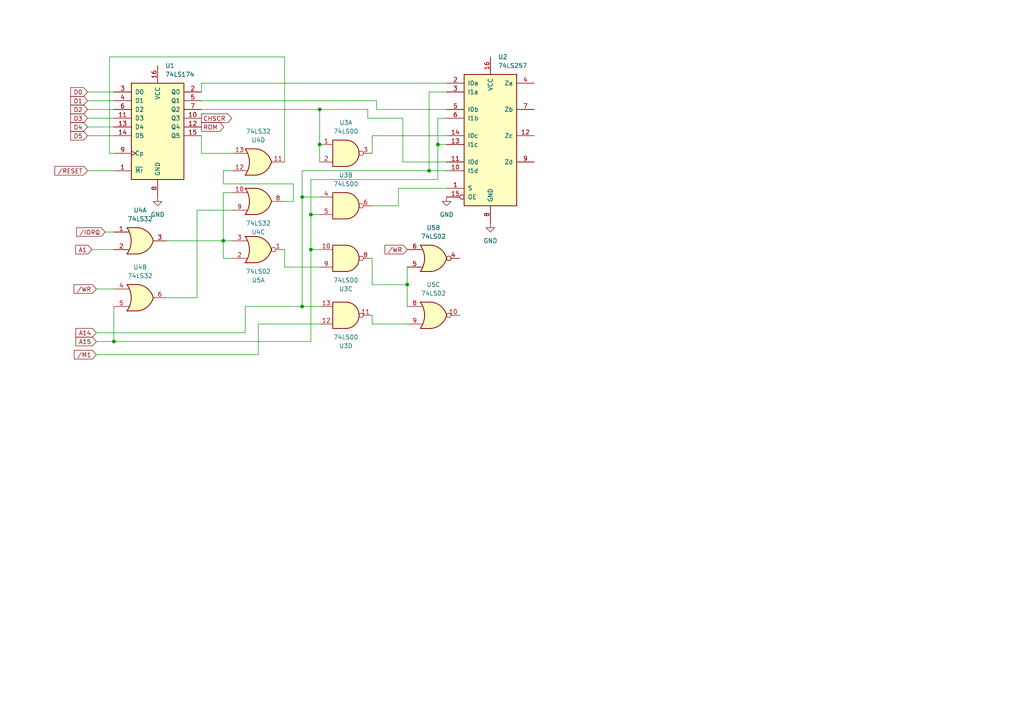
<source format=kicad_sch>
(kicad_sch (version 20230121) (generator eeschema)
  (paper "A4")
  (lib_symbols
    (symbol "74xx:74LS00" (pin_names (offset 1.016))
      (property "Reference" "U" (at 0 1.27 0))
      (property "Value" "74LS00" (at 0 -1.27 0))
      (symbol "74LS00_1_1"
        (arc (start 0 -3.81) (mid 3.7934 0) (end 0 3.81) (stroke (width 0.254)) (fill (type background)))
        (polyline (pts (xy 0 3.81) (xy -3.81 3.81) (xy -3.81 -3.81) (xy 0 -3.81)) (stroke (width 0.254)) (fill (type background)))
        (pin input line (at -7.62 2.54 0) (length 3.81) (name "~") (number "1"))
        (pin input line (at -7.62 -2.54 0) (length 3.81) (name "~") (number "2"))
        (pin output inverted (at 7.62 0 180) (length 3.81) (name "~") (number "3"))
      )
      (symbol "74LS00_1_2"
        (arc (start -3.81 -3.81) (mid -2.589 0) (end -3.81 3.81) (stroke (width 0.254)))
        (arc (start -0.6096 -3.81) (mid 2.1842 -2.5851) (end 3.81 0) (stroke (width 0.254)) (fill (type background)))
        (polyline (pts (xy -3.81 -3.81) (xy -0.635 -3.81)) (stroke (width 0.254)) (fill (type background)))
        (polyline (pts (xy -3.81 3.81) (xy -0.635 3.81)) (stroke (width 0.254)) (fill (type background)))
        (polyline (pts (xy -0.635 3.81) (xy -3.81 3.81) (xy -3.81 3.81) (xy -3.556 3.4036) (xy -3.0226 2.2606) (xy -2.6924 1.0414) (xy -2.6162 -0.254) (xy -2.7686 -1.4986) (xy -3.175 -2.7178) (xy -3.81 -3.81) (xy -3.81 -3.81) (xy -0.635 -3.81)) (stroke (width -25.4)) (fill (type background)))
        (arc (start 3.81 0) (mid 2.1915 2.5936) (end -0.6096 3.81) (stroke (width 0.254)) (fill (type background)))
        (pin input inverted (at -7.62 2.54 0) (length 4.318) (name "~") (number "1"))
        (pin input inverted (at -7.62 -2.54 0) (length 4.318) (name "~") (number "2"))
        (pin output line (at 7.62 0 180) (length 3.81) (name "~") (number "3"))
      )
      (symbol "74LS00_2_1"
        (arc (start 0 -3.81) (mid 3.7934 0) (end 0 3.81) (stroke (width 0.254)) (fill (type background)))
        (polyline (pts (xy 0 3.81) (xy -3.81 3.81) (xy -3.81 -3.81) (xy 0 -3.81)) (stroke (width 0.254)) (fill (type background)))
        (pin input line (at -7.62 2.54 0) (length 3.81) (name "~") (number "4"))
        (pin input line (at -7.62 -2.54 0) (length 3.81) (name "~") (number "5"))
        (pin output inverted (at 7.62 0 180) (length 3.81) (name "~") (number "6"))
      )
      (symbol "74LS00_2_2"
        (arc (start -3.81 -3.81) (mid -2.589 0) (end -3.81 3.81) (stroke (width 0.254)))
        (arc (start -0.6096 -3.81) (mid 2.1842 -2.5851) (end 3.81 0) (stroke (width 0.254)) (fill (type background)))
        (polyline (pts (xy -3.81 -3.81) (xy -0.635 -3.81)) (stroke (width 0.254)) (fill (type background)))
        (polyline (pts (xy -3.81 3.81) (xy -0.635 3.81)) (stroke (width 0.254)) (fill (type background)))
        (polyline (pts (xy -0.635 3.81) (xy -3.81 3.81) (xy -3.81 3.81) (xy -3.556 3.4036) (xy -3.0226 2.2606) (xy -2.6924 1.0414) (xy -2.6162 -0.254) (xy -2.7686 -1.4986) (xy -3.175 -2.7178) (xy -3.81 -3.81) (xy -3.81 -3.81) (xy -0.635 -3.81)) (stroke (width -25.4)) (fill (type background)))
        (arc (start 3.81 0) (mid 2.1915 2.5936) (end -0.6096 3.81) (stroke (width 0.254)) (fill (type background)))
        (pin input inverted (at -7.62 2.54 0) (length 4.318) (name "~") (number "4"))
        (pin input inverted (at -7.62 -2.54 0) (length 4.318) (name "~") (number "5"))
        (pin output line (at 7.62 0 180) (length 3.81) (name "~") (number "6"))
      )
      (symbol "74LS00_3_1"
        (arc (start 0 -3.81) (mid 3.7934 0) (end 0 3.81) (stroke (width 0.254)) (fill (type background)))
        (polyline (pts (xy 0 3.81) (xy -3.81 3.81) (xy -3.81 -3.81) (xy 0 -3.81)) (stroke (width 0.254)) (fill (type background)))
        (pin input line (at -7.62 -2.54 0) (length 3.81) (name "~") (number "10"))
        (pin output inverted (at 7.62 0 180) (length 3.81) (name "~") (number "8"))
        (pin input line (at -7.62 2.54 0) (length 3.81) (name "~") (number "9"))
      )
      (symbol "74LS00_3_2"
        (arc (start -3.81 -3.81) (mid -2.589 0) (end -3.81 3.81) (stroke (width 0.254)))
        (arc (start -0.6096 -3.81) (mid 2.1842 -2.5851) (end 3.81 0) (stroke (width 0.254)) (fill (type background)))
        (polyline (pts (xy -3.81 -3.81) (xy -0.635 -3.81)) (stroke (width 0.254)) (fill (type background)))
        (polyline (pts (xy -3.81 3.81) (xy -0.635 3.81)) (stroke (width 0.254)) (fill (type background)))
        (polyline (pts (xy -0.635 3.81) (xy -3.81 3.81) (xy -3.81 3.81) (xy -3.556 3.4036) (xy -3.0226 2.2606) (xy -2.6924 1.0414) (xy -2.6162 -0.254) (xy -2.7686 -1.4986) (xy -3.175 -2.7178) (xy -3.81 -3.81) (xy -3.81 -3.81) (xy -0.635 -3.81)) (stroke (width -25.4)) (fill (type background)))
        (arc (start 3.81 0) (mid 2.1915 2.5936) (end -0.6096 3.81) (stroke (width 0.254)) (fill (type background)))
        (pin input inverted (at -7.62 -2.54 0) (length 4.318) (name "~") (number "10"))
        (pin output line (at 7.62 0 180) (length 3.81) (name "~") (number "8"))
        (pin input inverted (at -7.62 2.54 0) (length 4.318) (name "~") (number "9"))
      )
      (symbol "74LS00_4_1"
        (arc (start 0 -3.81) (mid 3.7934 0) (end 0 3.81) (stroke (width 0.254)) (fill (type background)))
        (polyline (pts (xy 0 3.81) (xy -3.81 3.81) (xy -3.81 -3.81) (xy 0 -3.81)) (stroke (width 0.254)) (fill (type background)))
        (pin output inverted (at 7.62 0 180) (length 3.81) (name "~") (number "11"))
        (pin input line (at -7.62 2.54 0) (length 3.81) (name "~") (number "12"))
        (pin input line (at -7.62 -2.54 0) (length 3.81) (name "~") (number "13"))
      )
      (symbol "74LS00_4_2"
        (arc (start -3.81 -3.81) (mid -2.589 0) (end -3.81 3.81) (stroke (width 0.254)))
        (arc (start -0.6096 -3.81) (mid 2.1842 -2.5851) (end 3.81 0) (stroke (width 0.254)) (fill (type background)))
        (polyline (pts (xy -3.81 -3.81) (xy -0.635 -3.81)) (stroke (width 0.254)) (fill (type background)))
        (polyline (pts (xy -3.81 3.81) (xy -0.635 3.81)) (stroke (width 0.254)) (fill (type background)))
        (polyline (pts (xy -0.635 3.81) (xy -3.81 3.81) (xy -3.81 3.81) (xy -3.556 3.4036) (xy -3.0226 2.2606) (xy -2.6924 1.0414) (xy -2.6162 -0.254) (xy -2.7686 -1.4986) (xy -3.175 -2.7178) (xy -3.81 -3.81) (xy -3.81 -3.81) (xy -0.635 -3.81)) (stroke (width -25.4)) (fill (type background)))
        (arc (start 3.81 0) (mid 2.1915 2.5936) (end -0.6096 3.81) (stroke (width 0.254)) (fill (type background)))
        (pin output line (at 7.62 0 180) (length 3.81) (name "~") (number "11"))
        (pin input inverted (at -7.62 2.54 0) (length 4.318) (name "~") (number "12"))
        (pin input inverted (at -7.62 -2.54 0) (length 4.318) (name "~") (number "13"))
      )
      (symbol "74LS00_5_0"
        (pin power_in line (at 0 12.7 270) (length 5.08) (name "VCC") (number "14"))
        (pin power_in line (at 0 -12.7 90) (length 5.08) (name "GND") (number "7"))
      )
      (symbol "74LS00_5_1"
        (rectangle (start -5.08 7.62) (end 5.08 -7.62) (stroke (width 0.254)) (fill (type background)))
      )
    )
    (symbol "74xx:74LS02" (pin_names (offset 1.016))
      (property "Reference" "U" (at 0 1.27 0))
      (property "Value" "74LS02" (at 0 -1.27 0))
      (symbol "74LS02_1_1"
        (arc (start -3.81 -3.81) (mid -2.589 0) (end -3.81 3.81) (stroke (width 0.254)))
        (arc (start -0.6096 -3.81) (mid 2.1842 -2.5851) (end 3.81 0) (stroke (width 0.254)) (fill (type background)))
        (polyline (pts (xy -3.81 -3.81) (xy -0.635 -3.81)) (stroke (width 0.254)) (fill (type background)))
        (polyline (pts (xy -3.81 3.81) (xy -0.635 3.81)) (stroke (width 0.254)) (fill (type background)))
        (polyline (pts (xy -0.635 3.81) (xy -3.81 3.81) (xy -3.81 3.81) (xy -3.556 3.4036) (xy -3.0226 2.2606) (xy -2.6924 1.0414) (xy -2.6162 -0.254) (xy -2.7686 -1.4986) (xy -3.175 -2.7178) (xy -3.81 -3.81) (xy -3.81 -3.81) (xy -0.635 -3.81)) (stroke (width -25.4)) (fill (type background)))
        (arc (start 3.81 0) (mid 2.1915 2.5936) (end -0.6096 3.81) (stroke (width 0.254)) (fill (type background)))
        (pin output inverted (at 7.62 0 180) (length 3.81) (name "~") (number "1"))
        (pin input line (at -7.62 2.54 0) (length 4.318) (name "~") (number "2"))
        (pin input line (at -7.62 -2.54 0) (length 4.318) (name "~") (number "3"))
      )
      (symbol "74LS02_1_2"
        (arc (start 0 -3.81) (mid 3.7934 0) (end 0 3.81) (stroke (width 0.254)) (fill (type background)))
        (polyline (pts (xy 0 3.81) (xy -3.81 3.81) (xy -3.81 -3.81) (xy 0 -3.81)) (stroke (width 0.254)) (fill (type background)))
        (pin output line (at 7.62 0 180) (length 3.81) (name "~") (number "1"))
        (pin input inverted (at -7.62 2.54 0) (length 3.81) (name "~") (number "2"))
        (pin input inverted (at -7.62 -2.54 0) (length 3.81) (name "~") (number "3"))
      )
      (symbol "74LS02_2_1"
        (arc (start -3.81 -3.81) (mid -2.589 0) (end -3.81 3.81) (stroke (width 0.254)))
        (arc (start -0.6096 -3.81) (mid 2.1842 -2.5851) (end 3.81 0) (stroke (width 0.254)) (fill (type background)))
        (polyline (pts (xy -3.81 -3.81) (xy -0.635 -3.81)) (stroke (width 0.254)) (fill (type background)))
        (polyline (pts (xy -3.81 3.81) (xy -0.635 3.81)) (stroke (width 0.254)) (fill (type background)))
        (polyline (pts (xy -0.635 3.81) (xy -3.81 3.81) (xy -3.81 3.81) (xy -3.556 3.4036) (xy -3.0226 2.2606) (xy -2.6924 1.0414) (xy -2.6162 -0.254) (xy -2.7686 -1.4986) (xy -3.175 -2.7178) (xy -3.81 -3.81) (xy -3.81 -3.81) (xy -0.635 -3.81)) (stroke (width -25.4)) (fill (type background)))
        (arc (start 3.81 0) (mid 2.1915 2.5936) (end -0.6096 3.81) (stroke (width 0.254)) (fill (type background)))
        (pin output inverted (at 7.62 0 180) (length 3.81) (name "~") (number "4"))
        (pin input line (at -7.62 2.54 0) (length 4.318) (name "~") (number "5"))
        (pin input line (at -7.62 -2.54 0) (length 4.318) (name "~") (number "6"))
      )
      (symbol "74LS02_2_2"
        (arc (start 0 -3.81) (mid 3.7934 0) (end 0 3.81) (stroke (width 0.254)) (fill (type background)))
        (polyline (pts (xy 0 3.81) (xy -3.81 3.81) (xy -3.81 -3.81) (xy 0 -3.81)) (stroke (width 0.254)) (fill (type background)))
        (pin output line (at 7.62 0 180) (length 3.81) (name "~") (number "4"))
        (pin input inverted (at -7.62 2.54 0) (length 3.81) (name "~") (number "5"))
        (pin input inverted (at -7.62 -2.54 0) (length 3.81) (name "~") (number "6"))
      )
      (symbol "74LS02_3_1"
        (arc (start -3.81 -3.81) (mid -2.589 0) (end -3.81 3.81) (stroke (width 0.254)))
        (arc (start -0.6096 -3.81) (mid 2.1842 -2.5851) (end 3.81 0) (stroke (width 0.254)) (fill (type background)))
        (polyline (pts (xy -3.81 -3.81) (xy -0.635 -3.81)) (stroke (width 0.254)) (fill (type background)))
        (polyline (pts (xy -3.81 3.81) (xy -0.635 3.81)) (stroke (width 0.254)) (fill (type background)))
        (polyline (pts (xy -0.635 3.81) (xy -3.81 3.81) (xy -3.81 3.81) (xy -3.556 3.4036) (xy -3.0226 2.2606) (xy -2.6924 1.0414) (xy -2.6162 -0.254) (xy -2.7686 -1.4986) (xy -3.175 -2.7178) (xy -3.81 -3.81) (xy -3.81 -3.81) (xy -0.635 -3.81)) (stroke (width -25.4)) (fill (type background)))
        (arc (start 3.81 0) (mid 2.1915 2.5936) (end -0.6096 3.81) (stroke (width 0.254)) (fill (type background)))
        (pin output inverted (at 7.62 0 180) (length 3.81) (name "~") (number "10"))
        (pin input line (at -7.62 2.54 0) (length 4.318) (name "~") (number "8"))
        (pin input line (at -7.62 -2.54 0) (length 4.318) (name "~") (number "9"))
      )
      (symbol "74LS02_3_2"
        (arc (start 0 -3.81) (mid 3.7934 0) (end 0 3.81) (stroke (width 0.254)) (fill (type background)))
        (polyline (pts (xy 0 3.81) (xy -3.81 3.81) (xy -3.81 -3.81) (xy 0 -3.81)) (stroke (width 0.254)) (fill (type background)))
        (pin output line (at 7.62 0 180) (length 3.81) (name "~") (number "10"))
        (pin input inverted (at -7.62 2.54 0) (length 3.81) (name "~") (number "8"))
        (pin input inverted (at -7.62 -2.54 0) (length 3.81) (name "~") (number "9"))
      )
      (symbol "74LS02_4_1"
        (arc (start -3.81 -3.81) (mid -2.589 0) (end -3.81 3.81) (stroke (width 0.254)))
        (arc (start -0.6096 -3.81) (mid 2.1842 -2.5851) (end 3.81 0) (stroke (width 0.254)) (fill (type background)))
        (polyline (pts (xy -3.81 -3.81) (xy -0.635 -3.81)) (stroke (width 0.254)) (fill (type background)))
        (polyline (pts (xy -3.81 3.81) (xy -0.635 3.81)) (stroke (width 0.254)) (fill (type background)))
        (polyline (pts (xy -0.635 3.81) (xy -3.81 3.81) (xy -3.81 3.81) (xy -3.556 3.4036) (xy -3.0226 2.2606) (xy -2.6924 1.0414) (xy -2.6162 -0.254) (xy -2.7686 -1.4986) (xy -3.175 -2.7178) (xy -3.81 -3.81) (xy -3.81 -3.81) (xy -0.635 -3.81)) (stroke (width -25.4)) (fill (type background)))
        (arc (start 3.81 0) (mid 2.1915 2.5936) (end -0.6096 3.81) (stroke (width 0.254)) (fill (type background)))
        (pin input line (at -7.62 2.54 0) (length 4.318) (name "~") (number "11"))
        (pin input line (at -7.62 -2.54 0) (length 4.318) (name "~") (number "12"))
        (pin output inverted (at 7.62 0 180) (length 3.81) (name "~") (number "13"))
      )
      (symbol "74LS02_4_2"
        (arc (start 0 -3.81) (mid 3.7934 0) (end 0 3.81) (stroke (width 0.254)) (fill (type background)))
        (polyline (pts (xy 0 3.81) (xy -3.81 3.81) (xy -3.81 -3.81) (xy 0 -3.81)) (stroke (width 0.254)) (fill (type background)))
        (pin input inverted (at -7.62 2.54 0) (length 3.81) (name "~") (number "11"))
        (pin input inverted (at -7.62 -2.54 0) (length 3.81) (name "~") (number "12"))
        (pin output line (at 7.62 0 180) (length 3.81) (name "~") (number "13"))
      )
      (symbol "74LS02_5_0"
        (pin power_in line (at 0 12.7 270) (length 5.08) (name "VCC") (number "14"))
        (pin power_in line (at 0 -12.7 90) (length 5.08) (name "GND") (number "7"))
      )
      (symbol "74LS02_5_1"
        (rectangle (start -5.08 7.62) (end 5.08 -7.62) (stroke (width 0.254)) (fill (type background)))
      )
    )
    (symbol "74xx:74LS174" (pin_names (offset 1.016))
      (property "Reference" "U" (at -7.62 13.97 0))
      (property "Value" "74LS174" (at -7.62 -16.51 0))
      (symbol "74LS174_1_0"
        (pin input line (at -12.7 -12.7 0) (length 5.08) (name "~{Mr}") (number "1"))
        (pin output line (at 12.7 2.54 180) (length 5.08) (name "Q3") (number "10"))
        (pin input line (at -12.7 2.54 0) (length 5.08) (name "D3") (number "11"))
        (pin output line (at 12.7 0 180) (length 5.08) (name "Q4") (number "12"))
        (pin input line (at -12.7 0 0) (length 5.08) (name "D4") (number "13"))
        (pin input line (at -12.7 -2.54 0) (length 5.08) (name "D5") (number "14"))
        (pin output line (at 12.7 -2.54 180) (length 5.08) (name "Q5") (number "15"))
        (pin power_in line (at 0 17.78 270) (length 5.08) (name "VCC") (number "16"))
        (pin output line (at 12.7 10.16 180) (length 5.08) (name "Q0") (number "2"))
        (pin input line (at -12.7 10.16 0) (length 5.08) (name "D0") (number "3"))
        (pin input line (at -12.7 7.62 0) (length 5.08) (name "D1") (number "4"))
        (pin output line (at 12.7 7.62 180) (length 5.08) (name "Q1") (number "5"))
        (pin input line (at -12.7 5.08 0) (length 5.08) (name "D2") (number "6"))
        (pin output line (at 12.7 5.08 180) (length 5.08) (name "Q2") (number "7"))
        (pin power_in line (at 0 -20.32 90) (length 5.08) (name "GND") (number "8"))
        (pin input clock (at -12.7 -7.62 0) (length 5.08) (name "Cp") (number "9"))
      )
      (symbol "74LS174_1_1"
        (rectangle (start -7.62 12.7) (end 7.62 -15.24) (stroke (width 0.254)) (fill (type background)))
      )
    )
    (symbol "74xx:74LS257" (pin_names (offset 1.016))
      (property "Reference" "U" (at -7.62 19.05 0))
      (property "Value" "74LS257" (at -7.62 -21.59 0))
      (symbol "74LS257_1_0"
        (pin input line (at -12.7 -15.24 0) (length 5.08) (name "S") (number "1"))
        (pin input line (at -12.7 -10.16 0) (length 5.08) (name "I1d") (number "10"))
        (pin input line (at -12.7 -7.62 0) (length 5.08) (name "I0d") (number "11"))
        (pin tri_state line (at 12.7 0 180) (length 5.08) (name "Zc") (number "12"))
        (pin input line (at -12.7 -2.54 0) (length 5.08) (name "I1c") (number "13"))
        (pin input line (at -12.7 0 0) (length 5.08) (name "I0c") (number "14"))
        (pin input inverted (at -12.7 -17.78 0) (length 5.08) (name "OE") (number "15"))
        (pin power_in line (at 0 22.86 270) (length 5.08) (name "VCC") (number "16"))
        (pin input line (at -12.7 15.24 0) (length 5.08) (name "I0a") (number "2"))
        (pin input line (at -12.7 12.7 0) (length 5.08) (name "I1a") (number "3"))
        (pin tri_state line (at 12.7 15.24 180) (length 5.08) (name "Za") (number "4"))
        (pin input line (at -12.7 7.62 0) (length 5.08) (name "I0b") (number "5"))
        (pin input line (at -12.7 5.08 0) (length 5.08) (name "I1b") (number "6"))
        (pin tri_state line (at 12.7 7.62 180) (length 5.08) (name "Zb") (number "7"))
        (pin power_in line (at 0 -25.4 90) (length 5.08) (name "GND") (number "8"))
        (pin tri_state line (at 12.7 -7.62 180) (length 5.08) (name "Zd") (number "9"))
      )
      (symbol "74LS257_1_1"
        (rectangle (start -7.62 17.78) (end 7.62 -20.32) (stroke (width 0.254)) (fill (type background)))
      )
    )
    (symbol "74xx:74LS32" (pin_names (offset 1.016))
      (property "Reference" "U" (at 0 1.27 0))
      (property "Value" "74LS32" (at 0 -1.27 0))
      (symbol "74LS32_1_1"
        (arc (start -3.81 -3.81) (mid -2.589 0) (end -3.81 3.81) (stroke (width 0.254)))
        (arc (start -0.6096 -3.81) (mid 2.1842 -2.5851) (end 3.81 0) (stroke (width 0.254)) (fill (type background)))
        (polyline (pts (xy -3.81 -3.81) (xy -0.635 -3.81)) (stroke (width 0.254)) (fill (type background)))
        (polyline (pts (xy -3.81 3.81) (xy -0.635 3.81)) (stroke (width 0.254)) (fill (type background)))
        (polyline (pts (xy -0.635 3.81) (xy -3.81 3.81) (xy -3.81 3.81) (xy -3.556 3.4036) (xy -3.0226 2.2606) (xy -2.6924 1.0414) (xy -2.6162 -0.254) (xy -2.7686 -1.4986) (xy -3.175 -2.7178) (xy -3.81 -3.81) (xy -3.81 -3.81) (xy -0.635 -3.81)) (stroke (width -25.4)) (fill (type background)))
        (arc (start 3.81 0) (mid 2.1915 2.5936) (end -0.6096 3.81) (stroke (width 0.254)) (fill (type background)))
        (pin input line (at -7.62 2.54 0) (length 4.318) (name "~") (number "1"))
        (pin input line (at -7.62 -2.54 0) (length 4.318) (name "~") (number "2"))
        (pin output line (at 7.62 0 180) (length 3.81) (name "~") (number "3"))
      )
      (symbol "74LS32_1_2"
        (arc (start 0 -3.81) (mid 3.7934 0) (end 0 3.81) (stroke (width 0.254)) (fill (type background)))
        (polyline (pts (xy 0 3.81) (xy -3.81 3.81) (xy -3.81 -3.81) (xy 0 -3.81)) (stroke (width 0.254)) (fill (type background)))
        (pin input inverted (at -7.62 2.54 0) (length 3.81) (name "~") (number "1"))
        (pin input inverted (at -7.62 -2.54 0) (length 3.81) (name "~") (number "2"))
        (pin output inverted (at 7.62 0 180) (length 3.81) (name "~") (number "3"))
      )
      (symbol "74LS32_2_1"
        (arc (start -3.81 -3.81) (mid -2.589 0) (end -3.81 3.81) (stroke (width 0.254)))
        (arc (start -0.6096 -3.81) (mid 2.1842 -2.5851) (end 3.81 0) (stroke (width 0.254)) (fill (type background)))
        (polyline (pts (xy -3.81 -3.81) (xy -0.635 -3.81)) (stroke (width 0.254)) (fill (type background)))
        (polyline (pts (xy -3.81 3.81) (xy -0.635 3.81)) (stroke (width 0.254)) (fill (type background)))
        (polyline (pts (xy -0.635 3.81) (xy -3.81 3.81) (xy -3.81 3.81) (xy -3.556 3.4036) (xy -3.0226 2.2606) (xy -2.6924 1.0414) (xy -2.6162 -0.254) (xy -2.7686 -1.4986) (xy -3.175 -2.7178) (xy -3.81 -3.81) (xy -3.81 -3.81) (xy -0.635 -3.81)) (stroke (width -25.4)) (fill (type background)))
        (arc (start 3.81 0) (mid 2.1915 2.5936) (end -0.6096 3.81) (stroke (width 0.254)) (fill (type background)))
        (pin input line (at -7.62 2.54 0) (length 4.318) (name "~") (number "4"))
        (pin input line (at -7.62 -2.54 0) (length 4.318) (name "~") (number "5"))
        (pin output line (at 7.62 0 180) (length 3.81) (name "~") (number "6"))
      )
      (symbol "74LS32_2_2"
        (arc (start 0 -3.81) (mid 3.7934 0) (end 0 3.81) (stroke (width 0.254)) (fill (type background)))
        (polyline (pts (xy 0 3.81) (xy -3.81 3.81) (xy -3.81 -3.81) (xy 0 -3.81)) (stroke (width 0.254)) (fill (type background)))
        (pin input inverted (at -7.62 2.54 0) (length 3.81) (name "~") (number "4"))
        (pin input inverted (at -7.62 -2.54 0) (length 3.81) (name "~") (number "5"))
        (pin output inverted (at 7.62 0 180) (length 3.81) (name "~") (number "6"))
      )
      (symbol "74LS32_3_1"
        (arc (start -3.81 -3.81) (mid -2.589 0) (end -3.81 3.81) (stroke (width 0.254)))
        (arc (start -0.6096 -3.81) (mid 2.1842 -2.5851) (end 3.81 0) (stroke (width 0.254)) (fill (type background)))
        (polyline (pts (xy -3.81 -3.81) (xy -0.635 -3.81)) (stroke (width 0.254)) (fill (type background)))
        (polyline (pts (xy -3.81 3.81) (xy -0.635 3.81)) (stroke (width 0.254)) (fill (type background)))
        (polyline (pts (xy -0.635 3.81) (xy -3.81 3.81) (xy -3.81 3.81) (xy -3.556 3.4036) (xy -3.0226 2.2606) (xy -2.6924 1.0414) (xy -2.6162 -0.254) (xy -2.7686 -1.4986) (xy -3.175 -2.7178) (xy -3.81 -3.81) (xy -3.81 -3.81) (xy -0.635 -3.81)) (stroke (width -25.4)) (fill (type background)))
        (arc (start 3.81 0) (mid 2.1915 2.5936) (end -0.6096 3.81) (stroke (width 0.254)) (fill (type background)))
        (pin input line (at -7.62 -2.54 0) (length 4.318) (name "~") (number "10"))
        (pin output line (at 7.62 0 180) (length 3.81) (name "~") (number "8"))
        (pin input line (at -7.62 2.54 0) (length 4.318) (name "~") (number "9"))
      )
      (symbol "74LS32_3_2"
        (arc (start 0 -3.81) (mid 3.7934 0) (end 0 3.81) (stroke (width 0.254)) (fill (type background)))
        (polyline (pts (xy 0 3.81) (xy -3.81 3.81) (xy -3.81 -3.81) (xy 0 -3.81)) (stroke (width 0.254)) (fill (type background)))
        (pin input inverted (at -7.62 -2.54 0) (length 3.81) (name "~") (number "10"))
        (pin output inverted (at 7.62 0 180) (length 3.81) (name "~") (number "8"))
        (pin input inverted (at -7.62 2.54 0) (length 3.81) (name "~") (number "9"))
      )
      (symbol "74LS32_4_1"
        (arc (start -3.81 -3.81) (mid -2.589 0) (end -3.81 3.81) (stroke (width 0.254)))
        (arc (start -0.6096 -3.81) (mid 2.1842 -2.5851) (end 3.81 0) (stroke (width 0.254)) (fill (type background)))
        (polyline (pts (xy -3.81 -3.81) (xy -0.635 -3.81)) (stroke (width 0.254)) (fill (type background)))
        (polyline (pts (xy -3.81 3.81) (xy -0.635 3.81)) (stroke (width 0.254)) (fill (type background)))
        (polyline (pts (xy -0.635 3.81) (xy -3.81 3.81) (xy -3.81 3.81) (xy -3.556 3.4036) (xy -3.0226 2.2606) (xy -2.6924 1.0414) (xy -2.6162 -0.254) (xy -2.7686 -1.4986) (xy -3.175 -2.7178) (xy -3.81 -3.81) (xy -3.81 -3.81) (xy -0.635 -3.81)) (stroke (width -25.4)) (fill (type background)))
        (arc (start 3.81 0) (mid 2.1915 2.5936) (end -0.6096 3.81) (stroke (width 0.254)) (fill (type background)))
        (pin output line (at 7.62 0 180) (length 3.81) (name "~") (number "11"))
        (pin input line (at -7.62 2.54 0) (length 4.318) (name "~") (number "12"))
        (pin input line (at -7.62 -2.54 0) (length 4.318) (name "~") (number "13"))
      )
      (symbol "74LS32_4_2"
        (arc (start 0 -3.81) (mid 3.7934 0) (end 0 3.81) (stroke (width 0.254)) (fill (type background)))
        (polyline (pts (xy 0 3.81) (xy -3.81 3.81) (xy -3.81 -3.81) (xy 0 -3.81)) (stroke (width 0.254)) (fill (type background)))
        (pin output inverted (at 7.62 0 180) (length 3.81) (name "~") (number "11"))
        (pin input inverted (at -7.62 2.54 0) (length 3.81) (name "~") (number "12"))
        (pin input inverted (at -7.62 -2.54 0) (length 3.81) (name "~") (number "13"))
      )
      (symbol "74LS32_5_0"
        (pin power_in line (at 0 12.7 270) (length 5.08) (name "VCC") (number "14"))
        (pin power_in line (at 0 -12.7 90) (length 5.08) (name "GND") (number "7"))
      )
      (symbol "74LS32_5_1"
        (rectangle (start -5.08 7.62) (end 5.08 -7.62) (stroke (width 0.254)) (fill (type background)))
      )
    )
    (symbol "74xx:74LS573" (pin_names (offset 1.016))
      (property "Reference" "U" (at -7.62 16.51 0))
      (property "Value" "74LS573" (at -7.62 -16.51 0))
      (symbol "74LS573_1_0"
        (pin input inverted (at -12.7 -12.7 0) (length 5.08) (name "OE") (number "1"))
        (pin power_in line (at 0 -20.32 90) (length 5.08) (name "GND") (number "10"))
        (pin input line (at -12.7 -10.16 0) (length 5.08) (name "Load") (number "11"))
        (pin tri_state line (at 12.7 -5.08 180) (length 5.08) (name "Q7") (number "12"))
        (pin tri_state line (at 12.7 -2.54 180) (length 5.08) (name "Q6") (number "13"))
        (pin tri_state line (at 12.7 0 180) (length 5.08) (name "Q5") (number "14"))
        (pin tri_state line (at 12.7 2.54 180) (length 5.08) (name "Q4") (number "15"))
        (pin tri_state line (at 12.7 5.08 180) (length 5.08) (name "Q3") (number "16"))
        (pin tri_state line (at 12.7 7.62 180) (length 5.08) (name "Q2") (number "17"))
        (pin tri_state line (at 12.7 10.16 180) (length 5.08) (name "Q1") (number "18"))
        (pin tri_state line (at 12.7 12.7 180) (length 5.08) (name "Q0") (number "19"))
        (pin input line (at -12.7 12.7 0) (length 5.08) (name "D0") (number "2"))
        (pin power_in line (at 0 20.32 270) (length 5.08) (name "VCC") (number "20"))
        (pin input line (at -12.7 10.16 0) (length 5.08) (name "D1") (number "3"))
        (pin input line (at -12.7 7.62 0) (length 5.08) (name "D2") (number "4"))
        (pin input line (at -12.7 5.08 0) (length 5.08) (name "D3") (number "5"))
        (pin input line (at -12.7 2.54 0) (length 5.08) (name "D4") (number "6"))
        (pin input line (at -12.7 0 0) (length 5.08) (name "D5") (number "7"))
        (pin input line (at -12.7 -2.54 0) (length 5.08) (name "D6") (number "8"))
        (pin input line (at -12.7 -5.08 0) (length 5.08) (name "D7") (number "9"))
      )
      (symbol "74LS573_1_1"
        (rectangle (start -7.62 15.24) (end 7.62 -15.24) (stroke (width 0.254)) (fill (type background)))
      )
    )
    (symbol "Device:C" (pin_numbers hide) (pin_names (offset 0.254))
      (property "Reference" "C" (at 0.635 2.54 0))
      (property "Value" "C" (at 0.635 -2.54 0))
      (symbol "C_0_1"
        (polyline (pts (xy -2.032 -0.762) (xy 2.032 -0.762)) (stroke (width 0.508)))
        (polyline (pts (xy -2.032 0.762) (xy 2.032 0.762)) (stroke (width 0.508)))
      )
      (symbol "C_1_1"
        (pin passive line (at 0 3.81 270) (length 2.794) (name "~") (number "1"))
        (pin passive line (at 0 -3.81 90) (length 2.794) (name "~") (number "2"))
      )
    )
    (symbol "power:GND" (power) (pin_names (offset 0))
      (property "Value" "GND" (at 0 -3.81 0))
      (symbol "GND_0_1"
        (polyline (pts (xy 0 0) (xy 0 -1.27) (xy 1.27 -1.27) (xy 0 -2.54) (xy -1.27 -1.27) (xy 0 -1.27)))
      )
      (symbol "GND_1_1"
        (pin power_in line (at 0 0 270) (length 0) hide (name "GND") (number "1"))
      )
    )
  )
  (junction (at 118.11 82.55))
  (junction (at 92.71 41.91))
  (junction (at 87.63 88.9))
  (junction (at 90.17 72.39))
  (junction (at 87.63 57.15))
  (junction (at 127 41.91))
  (junction (at 92.71 31.75))
  (junction (at 64.77 69.85))
  (junction (at 33.02 99.06))
  (junction (at 124.46 49.53))
  (junction (at 90.17 62.23))
  (wire (pts (xy 25.4 34.29) (xy 33.02 34.29)))
  (wire (pts (xy 27.94 99.06) (xy 33.02 99.06)))
  (wire (pts (xy 82.55 77.47) (xy 92.71 77.47)))
  (wire (pts (xy 58.42 26.67) (xy 58.42 24.13)))
  (wire (pts (xy 31.75 44.45) (xy 33.02 44.45)))
  (wire (pts (xy 58.42 29.21) (xy 109.22 29.21)))
  (wire (pts (xy 107.95 82.55) (xy 118.11 82.55)))
  (wire (pts (xy 64.77 49.53) (xy 67.31 49.53)))
  (wire (pts (xy 25.4 26.67) (xy 33.02 26.67)))
  (wire (pts (xy 124.46 26.67) (xy 129.54 26.67)))
  (wire (pts (xy 71.12 96.52) (xy 71.12 88.9)))
  (wire (pts (xy 27.94 83.82) (xy 33.02 83.82)))
  (wire (pts (xy 74.93 102.87) (xy 74.93 93.98)))
  (wire (pts (xy 107.95 44.45) (xy 107.95 39.37)))
  (wire (pts (xy 58.42 44.45) (xy 67.31 44.45)))
  (wire (pts (xy 64.77 69.85) (xy 67.31 69.85)))
  (wire (pts (xy 118.11 82.55) (xy 118.11 88.9)))
  (wire (pts (xy 118.11 93.98) (xy 107.95 93.98)))
  (wire (pts (xy 107.95 39.37) (xy 129.54 39.37)))
  (wire (pts (xy 27.94 96.52) (xy 71.12 96.52)))
  (wire (pts (xy 82.55 58.42) (xy 85.09 58.42)))
  (wire (pts (xy 129.54 49.53) (xy 124.46 49.53)))
  (wire (pts (xy 64.77 69.85) (xy 64.77 74.93)))
  (wire (pts (xy 109.22 29.21) (xy 109.22 31.75)))
  (wire (pts (xy 129.54 46.99) (xy 116.84 46.99)))
  (wire (pts (xy 87.63 49.53) (xy 124.46 49.53)))
  (wire (pts (xy 58.42 31.75) (xy 92.71 31.75)))
  (wire (pts (xy 127 34.29) (xy 127 41.91)))
  (wire (pts (xy 82.55 72.39) (xy 82.55 77.47)))
  (wire (pts (xy 87.63 88.9) (xy 92.71 88.9)))
  (wire (pts (xy 90.17 99.06) (xy 33.02 99.06)))
  (wire (pts (xy 25.4 39.37) (xy 33.02 39.37)))
  (wire (pts (xy 30.48 67.31) (xy 33.02 67.31)))
  (wire (pts (xy 90.17 62.23) (xy 90.17 72.39)))
  (wire (pts (xy 82.55 16.51) (xy 82.55 46.99)))
  (wire (pts (xy 48.26 86.36) (xy 57.15 86.36)))
  (wire (pts (xy 85.09 58.42) (xy 85.09 53.34)))
  (wire (pts (xy 106.68 31.75) (xy 92.71 31.75)))
  (wire (pts (xy 90.17 72.39) (xy 92.71 72.39)))
  (wire (pts (xy 90.17 52.07) (xy 127 52.07)))
  (wire (pts (xy 48.26 69.85) (xy 64.77 69.85)))
  (wire (pts (xy 85.09 53.34) (xy 64.77 53.34)))
  (wire (pts (xy 27.94 102.87) (xy 74.93 102.87)))
  (wire (pts (xy 31.75 16.51) (xy 82.55 16.51)))
  (wire (pts (xy 92.71 62.23) (xy 90.17 62.23)))
  (wire (pts (xy 57.15 60.96) (xy 67.31 60.96)))
  (wire (pts (xy 87.63 57.15) (xy 87.63 88.9)))
  (wire (pts (xy 127 41.91) (xy 129.54 41.91)))
  (wire (pts (xy 58.42 39.37) (xy 58.42 44.45)))
  (wire (pts (xy 64.77 69.85) (xy 64.77 55.88)))
  (wire (pts (xy 25.4 29.21) (xy 33.02 29.21)))
  (wire (pts (xy 90.17 72.39) (xy 90.17 99.06)))
  (wire (pts (xy 25.4 31.75) (xy 33.02 31.75)))
  (wire (pts (xy 92.71 31.75) (xy 92.71 41.91)))
  (wire (pts (xy 129.54 34.29) (xy 127 34.29)))
  (wire (pts (xy 92.71 57.15) (xy 87.63 57.15)))
  (wire (pts (xy 124.46 49.53) (xy 124.46 26.67)))
  (wire (pts (xy 106.68 34.29) (xy 106.68 31.75)))
  (wire (pts (xy 64.77 74.93) (xy 67.31 74.93)))
  (wire (pts (xy 71.12 88.9) (xy 87.63 88.9)))
  (wire (pts (xy 33.02 99.06) (xy 33.02 88.9)))
  (wire (pts (xy 64.77 53.34) (xy 64.77 49.53)))
  (wire (pts (xy 26.67 72.39) (xy 33.02 72.39)))
  (wire (pts (xy 115.57 54.61) (xy 129.54 54.61)))
  (wire (pts (xy 25.4 49.53) (xy 33.02 49.53)))
  (wire (pts (xy 118.11 77.47) (xy 118.11 82.55)))
  (wire (pts (xy 116.84 34.29) (xy 106.68 34.29)))
  (wire (pts (xy 87.63 57.15) (xy 87.63 49.53)))
  (wire (pts (xy 107.95 74.93) (xy 107.95 82.55)))
  (wire (pts (xy 25.4 36.83) (xy 33.02 36.83)))
  (wire (pts (xy 74.93 93.98) (xy 92.71 93.98)))
  (wire (pts (xy 57.15 86.36) (xy 57.15 60.96)))
  (wire (pts (xy 127 52.07) (xy 127 41.91)))
  (wire (pts (xy 109.22 31.75) (xy 129.54 31.75)))
  (wire (pts (xy 31.75 44.45) (xy 31.75 16.51)))
  (wire (pts (xy 90.17 62.23) (xy 90.17 52.07)))
  (wire (pts (xy 58.42 24.13) (xy 129.54 24.13)))
  (wire (pts (xy 107.95 59.69) (xy 115.57 59.69)))
  (wire (pts (xy 115.57 59.69) (xy 115.57 54.61)))
  (wire (pts (xy 64.77 55.88) (xy 67.31 55.88)))
  (wire (pts (xy 92.71 41.91) (xy 92.71 46.99)))
  (wire (pts (xy 116.84 46.99) (xy 116.84 34.29)))
  (wire (pts (xy 107.95 93.98) (xy 107.95 91.44)))
  (image (at 162.56 -114.3) (scale 1.5))
  (global_label "D4" (shape input) (at 25.4 36.83 180) (property "Intersheetrefs" "${INTERSHEET_REFS}" (effects hide)))
  (global_label "D1" (shape input) (at 25.4 29.21 180) (property "Intersheetrefs" "${INTERSHEET_REFS}" (effects hide)))
  (global_label "D5" (shape input) (at 25.4 39.37 180) (property "Intersheetrefs" "${INTERSHEET_REFS}" (effects hide)))
  (global_label "ROM" (shape output) (at 58.42 36.83 0) (property "Intersheetrefs" "${INTERSHEET_REFS}" (effects hide)))
  (global_label "{slash}WR" (shape input) (at 118.11 72.39 180) (property "Intersheetrefs" "${INTERSHEET_REFS}" (effects hide)))
  (global_label "A1" (shape input) (at 26.67 72.39 180) (property "Intersheetrefs" "${INTERSHEET_REFS}" (effects hide)))
  (global_label "D0" (shape input) (at 25.4 26.67 180) (property "Intersheetrefs" "${INTERSHEET_REFS}" (effects hide)))
  (global_label "{slash}RESET" (shape input) (at 25.4 49.53 180) (property "Intersheetrefs" "${INTERSHEET_REFS}" (effects hide)))
  (global_label "D3" (shape input) (at 25.4 34.29 180) (property "Intersheetrefs" "${INTERSHEET_REFS}" (effects hide)))
  (global_label "A15" (shape input) (at 27.94 99.06 180) (property "Intersheetrefs" "${INTERSHEET_REFS}" (effects hide)))
  (global_label "CHSCR" (shape output) (at 58.42 34.29 0) (property "Intersheetrefs" "${INTERSHEET_REFS}" (effects hide)))
  (global_label "{slash}WR" (shape input) (at 27.94 83.82 180) (property "Intersheetrefs" "${INTERSHEET_REFS}" (effects hide)))
  (global_label "{slash}M1" (shape input) (at 27.94 102.87 180) (property "Intersheetrefs" "${INTERSHEET_REFS}" (effects hide)))
  (global_label "{slash}IORQ" (shape input) (at 30.48 67.31 180) (property "Intersheetrefs" "${INTERSHEET_REFS}" (effects hide)))
  (global_label "A14" (shape input) (at 27.94 96.52 180) (property "Intersheetrefs" "${INTERSHEET_REFS}" (effects hide)))
  (global_label "D2" (shape input) (at 25.4 31.75 180) (property "Intersheetrefs" "${INTERSHEET_REFS}" (effects hide)))
  (symbol (lib_id "Device:C") (at 384.81 109.22 0) (unit 1)
    (property "Reference" "C5" (at 388.62 107.95 0) (effects (justify left)))
    (property "Value" "C" (at 388.62 110.49 0) (effects (justify left)))
    (property "Footprint" "Capacitor_THT:C_Disc_D7.5mm_W2.5mm_P5.00mm" (effects hide))
  )
  (symbol (lib_id "74xx:74LS00") (at 100.33 91.44 0) (mirror x) (unit 4)
    (property "Reference" "U3" (at 100.3217 100.33 0))
    (property "Value" "74LS00" (at 100.3217 97.79 0))
    (property "Footprint" "Package_DIP:DIP-14_W7.62mm_Socket" (effects hide))
    (property "Datasheet" "http://www.ti.com/lit/gpn/sn74ls00" (effects hide))
  )
  (symbol (lib_id "power:GND") (at 387.35 63.5 0) (unit 1)
    (property "Reference" "#PWR08" (effects hide))
    (property "Value" "GND" (at 387.35 68.58 0))
  )
  (symbol (lib_id "Device:C") (at 421.64 109.22 0) (unit 1)
    (property "Reference" "C8" (at 425.45 107.95 0) (effects (justify left)))
    (property "Value" "C" (at 425.45 110.49 0) (effects (justify left)))
    (property "Footprint" "Capacitor_THT:C_Disc_D7.5mm_W2.5mm_P5.00mm" (effects hide))
  )
  (symbol (lib_id "Device:C") (at 347.98 109.22 0) (unit 1)
    (property "Reference" "C2" (at 351.79 107.95 0) (effects (justify left)))
    (property "Value" "C" (at 351.79 110.49 0) (effects (justify left)))
    (property "Footprint" "Capacitor_THT:C_Disc_D7.5mm_W2.5mm_P5.00mm" (effects hide))
  )
  (symbol (lib_id "power:GND") (at 142.24 64.77 0) (unit 1)
    (property "Reference" "#PWR02" (effects hide))
    (property "Value" "GND" (at 142.24 69.85 0))
  )
  (symbol (lib_id "74xx:74LS00") (at 323.85 50.8 0) (unit 5)
    (property "Reference" "U3" (at 330.2 49.53 0) (effects (justify left)))
    (property "Value" "74LS00" (at 330.2 52.07 0) (effects (justify left)))
    (property "Footprint" "Package_DIP:DIP-14_W7.62mm_Socket" (effects hide))
    (property "Datasheet" "http://www.ti.com/lit/gpn/sn74ls00" (effects hide))
  )
  (symbol (lib_id "Device:C") (at 409.6191 109.1385 0) (unit 1)
    (property "Reference" "C7" (at 413.4291 107.8685 0) (effects (justify left)))
    (property "Value" "C" (at 413.4291 110.4085 0) (effects (justify left)))
    (property "Footprint" "Capacitor_THT:C_Disc_D7.5mm_W2.5mm_P5.00mm" (effects hide))
  )
  (symbol (lib_id "74xx:74LS02") (at 125.73 74.93 0) (mirror x) (unit 2)
    (property "Reference" "U5" (at 125.73 66.04 0))
    (property "Value" "74LS02" (at 125.73 68.58 0))
    (property "Footprint" "Package_DIP:DIP-14_W7.62mm_Socket" (effects hide))
    (property "Datasheet" "http://www.ti.com/lit/gpn/sn74ls02" (effects hide))
  )
  (symbol (lib_id "Device:C") (at 334.01 109.22 0) (unit 1)
    (property "Reference" "C1" (at 337.82 107.95 0) (effects (justify left)))
    (property "Value" "C" (at 337.82 110.49 0) (effects (justify left)))
    (property "Footprint" "Capacitor_THT:C_Disc_D7.5mm_W2.5mm_P5.00mm" (effects hide))
  )
  (symbol (lib_id "74xx:74LS02") (at 388.62 30.48 0) (unit 4)
    (property "Reference" "U5" (at 388.62 21.59 0))
    (property "Value" "74LS02" (at 388.62 24.13 0))
    (property "Footprint" "Package_DIP:DIP-14_W7.62mm_Socket" (effects hide))
    (property "Datasheet" "http://www.ti.com/lit/gpn/sn74ls02" (effects hide))
  )
  (symbol (lib_id "74xx:74LS32") (at 74.93 58.42 0) (mirror x) (unit 3)
    (property "Reference" "U4" (at 74.93 67.31 0))
    (property "Value" "74LS32" (at 74.93 64.77 0))
    (property "Footprint" "Package_DIP:DIP-14_W7.62mm_Socket" (effects hide))
    (property "Datasheet" "http://www.ti.com/lit/gpn/sn74LS32" (effects hide))
  )
  (symbol (lib_id "74xx:74LS573") (at 427.99 -7.62 0) (unit 1)
    (property "Reference" "U6" (at 430.1841 -27.94 0) (effects (justify left)))
    (property "Value" "74LS573" (at 430.1841 -25.4 0) (effects (justify left)))
    (property "Footprint" "Package_DIP:DIP-20_W7.62mm_Socket" (effects hide))
    (property "Datasheet" "74xx/74hc573.pdf" (effects hide))
  )
  (symbol (lib_id "74xx:74LS32") (at 40.64 69.85 0) (unit 1)
    (property "Reference" "U4" (at 40.64 60.96 0))
    (property "Value" "74LS32" (at 40.64 63.5 0))
    (property "Footprint" "Package_DIP:DIP-14_W7.62mm_Socket" (effects hide))
    (property "Datasheet" "http://www.ti.com/lit/gpn/sn74LS32" (effects hide))
  )
  (symbol (lib_id "74xx:74LS32") (at 463.55 12.7 0) (unit 3)
    (property "Reference" "U7" (at 463.55 3.81 0))
    (property "Value" "74LS32" (at 463.55 6.35 0))
    (property "Footprint" "Package_DIP:DIP-14_W7.62mm_Socket" (effects hide))
    (property "Datasheet" "http://www.ti.com/lit/gpn/sn74LS32" (effects hide))
  )
  (symbol (lib_id "74xx:74LS257") (at 142.24 39.37 0) (unit 1)
    (property "Reference" "U2" (at 144.4341 16.51 0) (effects (justify left)))
    (property "Value" "74LS257" (at 144.4341 19.05 0) (effects (justify left)))
    (property "Footprint" "Package_DIP:DIP-16_W7.62mm_Socket" (effects hide))
    (property "Datasheet" "http://www.ti.com/lit/gpn/sn74LS257" (effects hide))
  )
  (symbol (lib_id "Device:C") (at 372.11 109.22 0) (unit 1)
    (property "Reference" "C4" (at 375.92 107.95 0) (effects (justify left)))
    (property "Value" "C" (at 375.92 110.49 0) (effects (justify left)))
    (property "Footprint" "Capacitor_THT:C_Disc_D7.5mm_W2.5mm_P5.00mm" (effects hide))
  )
  (symbol (lib_id "Device:C") (at 360.68 109.22 0) (unit 1)
    (property "Reference" "C3" (at 364.49 107.95 0) (effects (justify left)))
    (property "Value" "C" (at 364.49 110.49 0) (effects (justify left)))
    (property "Footprint" "Capacitor_THT:C_Disc_D7.5mm_W2.5mm_P5.00mm" (effects hide))
  )
  (symbol (lib_id "power:GND") (at 427.99 12.7 0) (unit 1)
    (property "Reference" "#PWR05" (effects hide))
    (property "Value" "GND" (at 427.99 17.78 0))
  )
  (symbol (lib_id "power:GND") (at 354.33 63.5 0) (unit 1)
    (property "Reference" "#PWR07" (effects hide))
    (property "Value" "GND" (at 354.33 68.58 0))
  )
  (symbol (lib_id "74xx:74LS02") (at 74.93 72.39 0) (mirror x) (unit 1)
    (property "Reference" "U5" (at 74.93 81.28 0))
    (property "Value" "74LS02" (at 74.93 78.74 0))
    (property "Footprint" "Package_DIP:DIP-14_W7.62mm_Socket" (effects hide))
    (property "Datasheet" "http://www.ti.com/lit/gpn/sn74ls02" (effects hide))
  )
  (symbol (lib_id "power:GND") (at 45.72 57.15 0) (unit 1)
    (property "Reference" "#PWR03" (effects hide))
    (property "Value" "GND" (at 45.72 62.23 0))
  )
  (symbol (lib_id "74xx:74LS00") (at 100.33 59.69 0) (unit 2)
    (property "Reference" "U3" (at 100.3217 50.8 0))
    (property "Value" "74LS00" (at 100.3217 53.34 0))
    (property "Footprint" "Package_DIP:DIP-14_W7.62mm_Socket" (effects hide))
    (property "Datasheet" "http://www.ti.com/lit/gpn/sn74ls00" (effects hide))
  )
  (symbol (lib_id "74xx:74LS02") (at 125.73 91.44 0) (unit 3)
    (property "Reference" "U5" (at 125.73 82.55 0))
    (property "Value" "74LS02" (at 125.73 85.09 0))
    (property "Footprint" "Package_DIP:DIP-14_W7.62mm_Socket" (effects hide))
    (property "Datasheet" "http://www.ti.com/lit/gpn/sn74ls02" (effects hide))
  )
  (symbol (lib_id "74xx:74LS00") (at 100.33 74.93 0) (mirror x) (unit 3)
    (property "Reference" "U3" (at 100.3217 83.82 0))
    (property "Value" "74LS00" (at 100.3217 81.28 0))
    (property "Footprint" "Package_DIP:DIP-14_W7.62mm_Socket" (effects hide))
    (property "Datasheet" "http://www.ti.com/lit/gpn/sn74ls00" (effects hide))
  )
  (symbol (lib_id "power:GND") (at 129.54 57.15 0) (unit 1)
    (property "Reference" "#PWR01" (effects hide))
    (property "Value" "GND" (at 129.54 62.23 0))
  )
  (symbol (lib_id "power:GND") (at 463.55 67.31 0) (unit 1)
    (property "Reference" "#PWR04" (effects hide))
    (property "Value" "GND" (at 463.55 72.39 0))
  )
  (symbol (lib_id "74xx:74LS32") (at 463.55 54.61 0) (unit 5)
    (property "Reference" "U7" (at 469.9 53.34 0) (effects (justify left)))
    (property "Value" "74LS32" (at 469.9 55.88 0) (effects (justify left)))
    (property "Footprint" "Package_DIP:DIP-14_W7.62mm_Socket" (effects hide))
    (property "Datasheet" "http://www.ti.com/lit/gpn/sn74LS32" (effects hide))
  )
  (symbol (lib_id "74xx:74LS174") (at 45.72 36.83 0) (unit 1)
    (property "Reference" "U1" (at 47.9141 19.05 0) (effects (justify left)))
    (property "Value" "74LS174" (at 47.9141 21.59 0) (effects (justify left)))
    (property "Footprint" "Package_DIP:DIP-16_W7.62mm_Socket" (effects hide))
    (property "Datasheet" "http://www.ti.com/lit/gpn/sn74LS174" (effects hide))
  )
  (symbol (lib_id "74xx:74LS32") (at 74.93 46.99 0) (mirror x) (unit 4)
    (property "Reference" "U4" (at 74.93 40.64 0))
    (property "Value" "74LS32" (at 74.93 38.1 0))
    (property "Footprint" "Package_DIP:DIP-14_W7.62mm_Socket" (effects hide))
    (property "Datasheet" "http://www.ti.com/lit/gpn/sn74LS32" (effects hide))
  )
  (symbol (lib_id "power:GND") (at 323.85 63.5 0) (unit 1)
    (property "Reference" "#PWR06" (effects hide))
    (property "Value" "GND" (at 323.85 68.58 0))
  )
  (symbol (lib_id "74xx:74LS32") (at 463.55 29.21 0) (unit 4)
    (property "Reference" "U7" (at 463.55 20.32 0))
    (property "Value" "74LS32" (at 463.55 22.86 0))
    (property "Footprint" "Package_DIP:DIP-14_W7.62mm_Socket" (effects hide))
    (property "Datasheet" "http://www.ti.com/lit/gpn/sn74LS32" (effects hide))
  )
  (symbol (lib_id "74xx:74LS32") (at 463.55 -3.81 0) (unit 2)
    (property "Reference" "U7" (at 463.55 -12.7 0))
    (property "Value" "74LS32" (at 463.55 -10.16 0))
    (property "Footprint" "Package_DIP:DIP-14_W7.62mm_Socket" (effects hide))
    (property "Datasheet" "http://www.ti.com/lit/gpn/sn74LS32" (effects hide))
  )
  (symbol (lib_id "74xx:74LS32") (at 40.64 86.36 0) (unit 2)
    (property "Reference" "U4" (at 40.64 77.47 0))
    (property "Value" "74LS32" (at 40.64 80.01 0))
    (property "Footprint" "Package_DIP:DIP-14_W7.62mm_Socket" (effects hide))
    (property "Datasheet" "http://www.ti.com/lit/gpn/sn74LS32" (effects hide))
  )
  (symbol (lib_id "74xx:74LS02") (at 387.35 50.8 0) (unit 5)
    (property "Reference" "U5" (at 393.7 49.53 0) (effects (justify left)))
    (property "Value" "74LS02" (at 393.7 52.07 0) (effects (justify left)))
    (property "Footprint" "Package_DIP:DIP-14_W7.62mm_Socket" (effects hide))
    (property "Datasheet" "http://www.ti.com/lit/gpn/sn74ls02" (effects hide))
  )
  (symbol (lib_id "74xx:74LS32") (at 354.33 50.8 0) (unit 5)
    (property "Reference" "U4" (at 360.68 49.53 0) (effects (justify left)))
    (property "Value" "74LS32" (at 360.68 52.07 0) (effects (justify left)))
    (property "Footprint" "Package_DIP:DIP-14_W7.62mm_Socket" (effects hide))
    (property "Datasheet" "http://www.ti.com/lit/gpn/sn74LS32" (effects hide))
  )
  (symbol (lib_id "Device:C") (at 397.51 109.22 0) (unit 1)
    (property "Reference" "C6" (at 401.32 107.95 0) (effects (justify left)))
    (property "Value" "C" (at 401.32 110.49 0) (effects (justify left)))
    (property "Footprint" "Capacitor_THT:C_Disc_D7.5mm_W2.5mm_P5.00mm" (effects hide))
  )
  (symbol (lib_id "74xx:74LS00") (at 100.33 44.45 0) (unit 1)
    (property "Reference" "U3" (at 100.3217 35.56 0))
    (property "Value" "74LS00" (at 100.3217 38.1 0))
    (property "Footprint" "Package_DIP:DIP-14_W7.62mm_Socket" (effects hide))
    (property "Datasheet" "http://www.ti.com/lit/gpn/sn74ls00" (effects hide))
  )
  (symbol (lib_id "74xx:74LS32") (at 464.82 -19.05 0) (unit 1)
    (property "Reference" "U7" (at 464.82 -27.94 0))
    (property "Value" "74LS32" (at 464.82 -25.4 0))
    (property "Footprint" "Package_DIP:DIP-14_W7.62mm_Socket" (effects hide))
    (property "Datasheet" "http://www.ti.com/lit/gpn/sn74LS32" (effects hide))
  )
)
</source>
